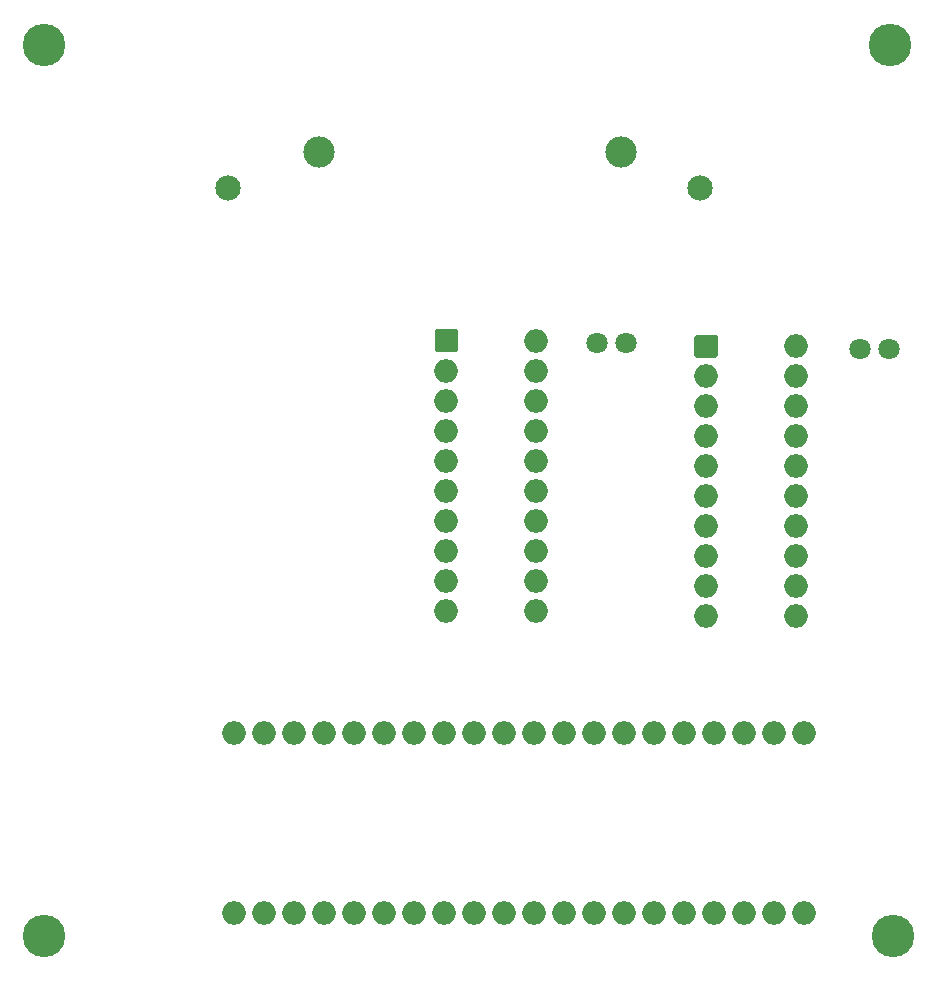
<source format=gbr>
G04 #@! TF.GenerationSoftware,KiCad,Pcbnew,(5.99.0-1468-g7e1294a4b)*
G04 #@! TF.CreationDate,2020-10-04T20:21:57+02:00*
G04 #@! TF.ProjectId,GB Dumper_SMD,47422044-756d-4706-9572-5f534d442e6b,rev?*
G04 #@! TF.SameCoordinates,Original*
G04 #@! TF.FileFunction,Soldermask,Bot*
G04 #@! TF.FilePolarity,Negative*
%FSLAX46Y46*%
G04 Gerber Fmt 4.6, Leading zero omitted, Abs format (unit mm)*
G04 Created by KiCad (PCBNEW (5.99.0-1468-g7e1294a4b)) date 2020-10-04 20:21:57*
%MOMM*%
%LPD*%
G01*
G04 APERTURE LIST*
%ADD10C,3.600000*%
%ADD11O,2.000000X2.000000*%
%ADD12C,2.150000*%
%ADD13C,2.650000*%
%ADD14C,1.800000*%
G04 APERTURE END LIST*
D10*
X180560000Y-40700000D03*
X108900000Y-40700000D03*
X108900000Y-116200000D03*
X180860000Y-116200000D03*
D11*
X173250000Y-99000000D03*
X170710000Y-99000000D03*
X168170000Y-99000000D03*
X165630000Y-99000000D03*
X163090000Y-99000000D03*
X160550000Y-99000000D03*
X158010000Y-99000000D03*
X155470000Y-99000000D03*
X152930000Y-99000000D03*
X150390000Y-99000000D03*
X147850000Y-99000000D03*
X145310000Y-99000000D03*
X142770000Y-99000000D03*
X140230000Y-99000000D03*
X137690000Y-99000000D03*
X135150000Y-99000000D03*
X132610000Y-99000000D03*
X130070000Y-99000000D03*
X127530000Y-99000000D03*
X124990000Y-99000000D03*
X124990000Y-114240000D03*
X127530000Y-114240000D03*
X130070000Y-114240000D03*
X132610000Y-114240000D03*
X135150000Y-114240000D03*
X137690000Y-114240000D03*
X140230000Y-114240000D03*
X142770000Y-114240000D03*
X145310000Y-114240000D03*
X147850000Y-114240000D03*
X150390000Y-114240000D03*
X152930000Y-114240000D03*
X155470000Y-114240000D03*
X158010000Y-114240000D03*
X160550000Y-114240000D03*
X163090000Y-114240000D03*
X165630000Y-114240000D03*
X168170000Y-114240000D03*
X170710000Y-114240000D03*
X173250000Y-114240000D03*
D12*
X124510000Y-52810000D03*
X164510000Y-52810000D03*
D13*
X132260000Y-49810000D03*
X157760000Y-49810000D03*
G36*
G01*
X164000000Y-67050000D02*
X164000000Y-65450000D01*
G75*
G02*
X164200000Y-65250000I200000J0D01*
G01*
X165800000Y-65250000D01*
G75*
G02*
X166000000Y-65450000I0J-200000D01*
G01*
X166000000Y-67050000D01*
G75*
G02*
X165800000Y-67250000I-200000J0D01*
G01*
X164200000Y-67250000D01*
G75*
G02*
X164000000Y-67050000I0J200000D01*
G01*
G37*
D11*
X172620000Y-89110000D03*
X165000000Y-68790000D03*
X172620000Y-86570000D03*
X165000000Y-71330000D03*
X172620000Y-84030000D03*
X165000000Y-73870000D03*
X172620000Y-81490000D03*
X165000000Y-76410000D03*
X172620000Y-78950000D03*
X165000000Y-78950000D03*
X172620000Y-76410000D03*
X165000000Y-81490000D03*
X172620000Y-73870000D03*
X165000000Y-84030000D03*
X172620000Y-71330000D03*
X165000000Y-86570000D03*
X172620000Y-68790000D03*
X165000000Y-89110000D03*
X172620000Y-66250000D03*
G36*
G01*
X142000000Y-66550000D02*
X142000000Y-64950000D01*
G75*
G02*
X142200000Y-64750000I200000J0D01*
G01*
X143800000Y-64750000D01*
G75*
G02*
X144000000Y-64950000I0J-200000D01*
G01*
X144000000Y-66550000D01*
G75*
G02*
X143800000Y-66750000I-200000J0D01*
G01*
X142200000Y-66750000D01*
G75*
G02*
X142000000Y-66550000I0J200000D01*
G01*
G37*
X150620000Y-88610000D03*
X143000000Y-68290000D03*
X150620000Y-86070000D03*
X143000000Y-70830000D03*
X150620000Y-83530000D03*
X143000000Y-73370000D03*
X150620000Y-80990000D03*
X143000000Y-75910000D03*
X150620000Y-78450000D03*
X143000000Y-78450000D03*
X150620000Y-75910000D03*
X143000000Y-80990000D03*
X150620000Y-73370000D03*
X143000000Y-83530000D03*
X150620000Y-70830000D03*
X143000000Y-86070000D03*
X150620000Y-68290000D03*
X143000000Y-88610000D03*
X150620000Y-65750000D03*
D14*
X155750000Y-66000000D03*
X158250000Y-66000000D03*
X180500000Y-66500000D03*
X178000000Y-66500000D03*
M02*

</source>
